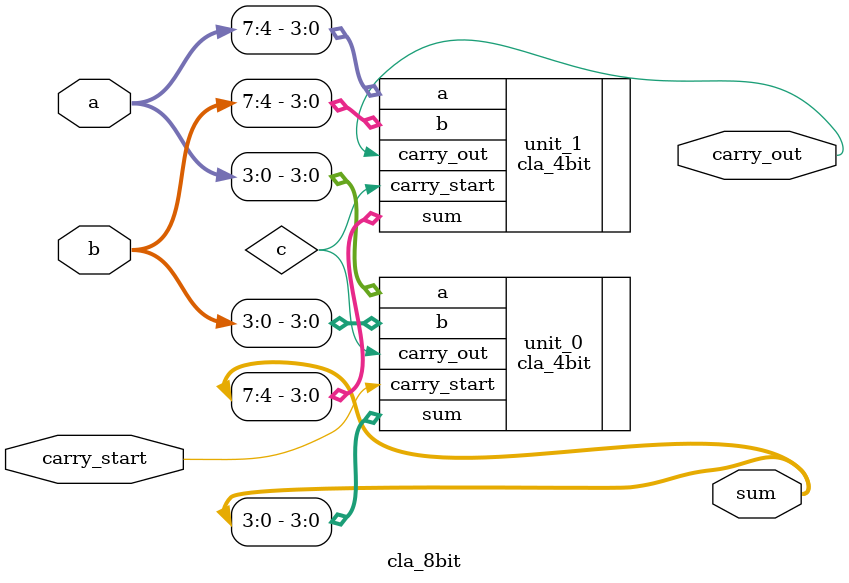
<source format=v>
module cla_8bit(carry_start, a, b, sum, carry_out);
    input carry_start;
    input [7:0] a;
    input [7:0] b;
    output [7:0] sum;
    output carry_out;

    wire c;

    cla_4bit unit_0(
        .carry_start(carry_start),
        .a(a[3:0]),
        .b(b[3:0]),
        .sum(sum[3:0]),
        .carry_out(c)
    );

    cla_4bit unit_1(
        .carry_start(c),
        .a(a[7:4]),
        .b(b[7:4]),
        .sum(sum[7:4]),
        .carry_out(carry_out)
    );
endmodule
</source>
